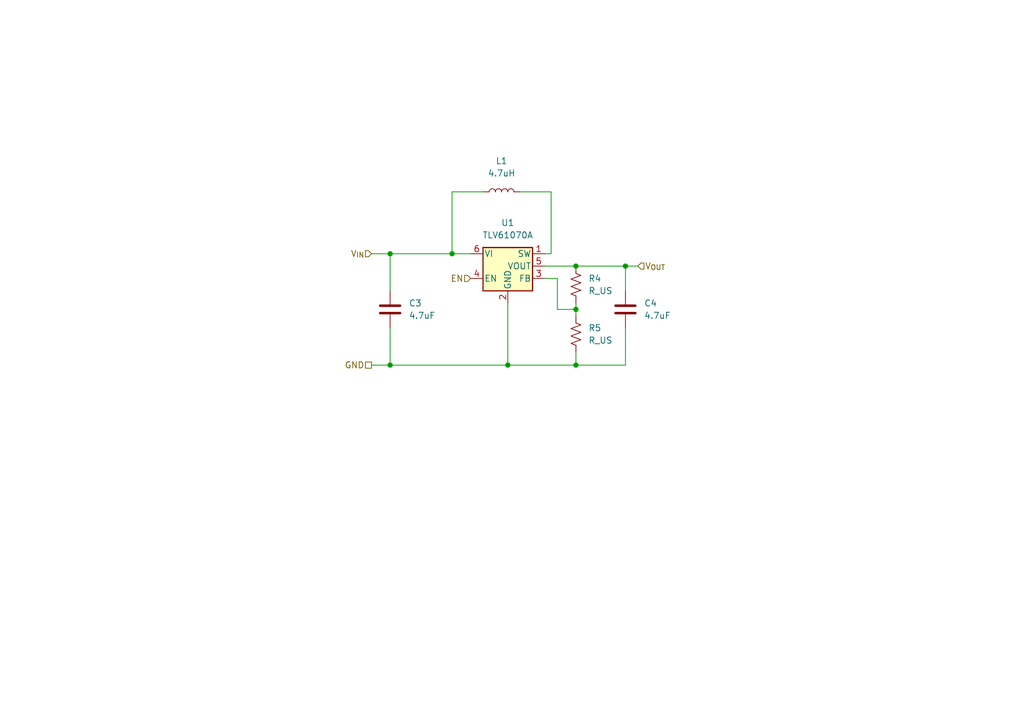
<source format=kicad_sch>
(kicad_sch (version 20211123) (generator eeschema)
  (paper "A5")
  (lib_symbols
    (symbol "Device:C" (pin_numbers hide) (pin_names (offset 0.254))
      (property "Reference" "C" (at 0.635 2.54 0))
      (property "Value" "C" (at 0.635 -2.54 0))
      (symbol "C_0_1"
        (polyline (pts (xy -2.032 -0.762) (xy 2.032 -0.762)) (stroke (width 0.508)))
        (polyline (pts (xy -2.032 0.762) (xy 2.032 0.762)) (stroke (width 0.508)))
      )
      (symbol "C_1_1"
        (pin passive line (at 0 3.81 270) (length 2.794) (name "~") (number "1"))
        (pin passive line (at 0 -3.81 90) (length 2.794) (name "~") (number "2"))
      )
    )
    (symbol "Device:L" (pin_numbers hide) (pin_names (offset 1.016) hide)
      (property "Reference" "L" (at -1.27 0 90))
      (property "Value" "L" (at 1.905 0 90))
      (symbol "L_0_1"
        (arc (start 0 -2.54) (mid 0.635 -1.905) (end 0 -1.27))
        (arc (start 0 -1.27) (mid 0.635 -0.635) (end 0 0))
        (arc (start 0 0) (mid 0.635 0.635) (end 0 1.27))
        (arc (start 0 1.27) (mid 0.635 1.905) (end 0 2.54))
      )
      (symbol "L_1_1"
        (pin passive line (at 0 3.81 270) (length 1.27) (name "1") (number "1"))
        (pin passive line (at 0 -3.81 90) (length 1.27) (name "2") (number "2"))
      )
    )
    (symbol "Device:R_US" (pin_numbers hide) (pin_names (offset 0))
      (property "Reference" "R" (at 2.54 0 90))
      (property "Value" "R_US" (at -2.54 0 90))
      (symbol "R_US_0_1"
        (polyline (pts (xy 0 -2.286) (xy 0 -2.54)))
        (polyline (pts (xy 0 2.286) (xy 0 2.54)))
        (polyline (pts (xy 0 -0.762) (xy 1.016 -1.143) (xy 0 -1.524) (xy -1.016 -1.905) (xy 0 -2.286)))
        (polyline (pts (xy 0 0.762) (xy 1.016 0.381) (xy 0 0) (xy -1.016 -0.381) (xy 0 -0.762)))
        (polyline (pts (xy 0 2.286) (xy 1.016 1.905) (xy 0 1.524) (xy -1.016 1.143) (xy 0 0.762)))
      )
      (symbol "R_US_1_1"
        (pin passive line (at 0 3.81 270) (length 1.27) (name "~") (number "1"))
        (pin passive line (at 0 -3.81 90) (length 1.27) (name "~") (number "2"))
      )
    )
    (symbol "Regulator_Switching:TLV61046ADB" (pin_names (offset 0.254))
      (property "Reference" "U" (at -5.08 7.62 0))
      (property "Value" "TLV61046ADB" (at 0 7.62 0))
      (symbol "TLV61046ADB_0_1"
        (rectangle (start -5.08 6.35) (end 5.08 -2.54) (stroke (width 0.254)) (fill (type background)))
      )
      (symbol "TLV61046ADB_1_1"
        (pin power_in line (at 7.62 5.08 180) (length 2.54) (name "SW") (number "1"))
        (pin power_in line (at 0 -5.08 90) (length 2.54) (name "GND") (number "2"))
        (pin input line (at 7.62 0 180) (length 2.54) (name "FB") (number "3"))
        (pin input line (at -7.62 0 0) (length 2.54) (name "EN") (number "4"))
        (pin power_out line (at 7.62 2.54 180) (length 2.54) (name "VOUT") (number "5"))
        (pin power_in line (at -7.62 5.08 0) (length 2.54) (name "VI") (number "6"))
      )
    )
  )
  (junction (at 80.01 74.93))
  (junction (at 92.71 52.07))
  (junction (at 118.11 54.61))
  (junction (at 118.11 63.5))
  (junction (at 104.14 74.93))
  (junction (at 118.11 74.93))
  (junction (at 128.27 54.61))
  (junction (at 80.01 52.07))
  (wire (pts (xy 111.76 54.61) (xy 118.11 54.61)))
  (wire (pts (xy 114.3 63.5) (xy 114.3 57.15)))
  (wire (pts (xy 118.11 54.61) (xy 128.27 54.61)))
  (wire (pts (xy 92.71 52.07) (xy 96.52 52.07)))
  (wire (pts (xy 118.11 74.93) (xy 104.14 74.93)))
  (wire (pts (xy 128.27 67.31) (xy 128.27 74.93)))
  (wire (pts (xy 80.01 52.07) (xy 92.71 52.07)))
  (wire (pts (xy 104.14 74.93) (xy 80.01 74.93)))
  (wire (pts (xy 99.06 39.37) (xy 92.71 39.37)))
  (wire (pts (xy 118.11 62.23) (xy 118.11 63.5)))
  (wire (pts (xy 118.11 63.5) (xy 114.3 63.5)))
  (wire (pts (xy 118.11 72.39) (xy 118.11 74.93)))
  (wire (pts (xy 80.01 52.07) (xy 80.01 59.69)))
  (wire (pts (xy 106.68 39.37) (xy 113.03 39.37)))
  (wire (pts (xy 76.2 52.07) (xy 80.01 52.07)))
  (wire (pts (xy 128.27 54.61) (xy 128.27 59.69)))
  (wire (pts (xy 113.03 52.07) (xy 111.76 52.07)))
  (wire (pts (xy 104.14 62.23) (xy 104.14 74.93)))
  (wire (pts (xy 128.27 74.93) (xy 118.11 74.93)))
  (wire (pts (xy 92.71 39.37) (xy 92.71 52.07)))
  (wire (pts (xy 76.2 74.93) (xy 80.01 74.93)))
  (wire (pts (xy 80.01 74.93) (xy 80.01 67.31)))
  (wire (pts (xy 111.76 57.15) (xy 114.3 57.15)))
  (wire (pts (xy 113.03 39.37) (xy 113.03 52.07)))
  (wire (pts (xy 128.27 54.61) (xy 130.81 54.61)))
  (wire (pts (xy 118.11 63.5) (xy 118.11 64.77)))
  (hierarchical_label "EN" (shape input) (at 96.52 57.15 180))
  (hierarchical_label "GND" (shape passive) (at 76.2 74.93 180))
  (hierarchical_label "V_{OUT}" (shape input) (at 130.81 54.61 0))
  (hierarchical_label "V_{IN}" (shape input) (at 76.2 52.07 180))
  (symbol (lib_id "Regulator_Switching:TLV61046ADB") (at 104.14 57.15 0) (unit 1)
    (property "Reference" "U1" (at 104.14 45.72 0))
    (property "Value" "TLV61070A" (at 104.14 48.26 0))
    (property "Footprint" "Package_TO_SOT_SMD:SOT-23-6" (effects hide))
    (property "Datasheet" "https://www.ti.com/lit/ds/symlink/tlv61070a.pdf?HQS=dis-mous-null-mousermode-dsf-pf-null-wwe&ts=1675200685697&ref_url=https%253A%252F%252Fwww.mouser.com%252F" (effects hide))
  )
  (symbol (lib_id "Device:C") (at 80.01 63.5 0) (unit 1)
    (property "Reference" "C3" (at 83.82 62.2299 0) (effects (justify left)))
    (property "Value" "4.7uF" (at 83.82 64.7699 0) (effects (justify left)))
    (property "Footprint" "Capacitor_SMD:C_0603_1608Metric" (effects hide))
  )
  (symbol (lib_id "Device:R_US") (at 118.11 58.42 0) (unit 1)
    (property "Reference" "R4" (at 120.65 57.1499 0) (effects (justify left)))
    (property "Value" "R_US" (at 120.65 59.6899 0) (effects (justify left)))
    (property "Footprint" "Resistor_SMD:R_0603_1608Metric" (effects hide))
  )
  (symbol (lib_id "Device:C") (at 128.27 63.5 0) (unit 1)
    (property "Reference" "C4" (at 132.08 62.2299 0) (effects (justify left)))
    (property "Value" "4.7uF" (at 132.08 64.7699 0) (effects (justify left)))
    (property "Footprint" "Capacitor_SMD:C_0603_1608Metric" (effects hide))
  )
  (symbol (lib_id "Device:L") (at 102.87 39.37 90) (unit 1)
    (property "Reference" "L1" (at 102.87 33.02 90))
    (property "Value" "4.7uH" (at 102.87 35.56 90))
    (property "Footprint" "Inductor_SMD:L_1210_3225Metric" (effects hide))
  )
  (symbol (lib_id "Device:R_US") (at 118.11 68.58 0) (unit 1)
    (property "Reference" "R5" (at 120.65 67.3099 0) (effects (justify left)))
    (property "Value" "R_US" (at 120.65 69.8499 0) (effects (justify left)))
    (property "Footprint" "Resistor_SMD:R_0603_1608Metric" (effects hide))
  )
)
</source>
